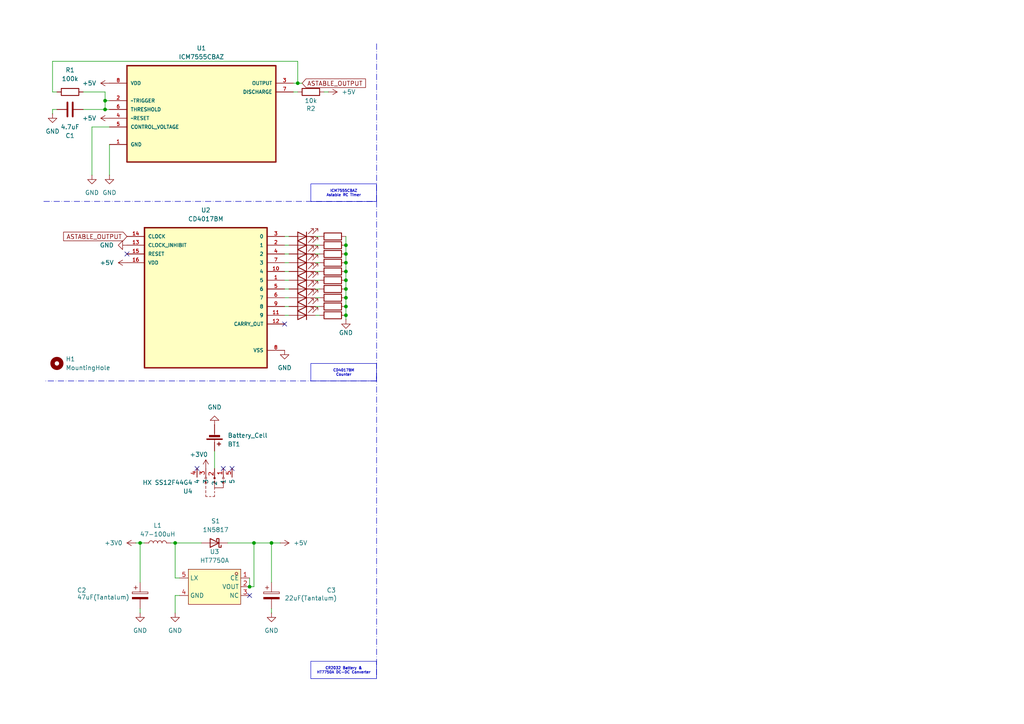
<source format=kicad_sch>
(kicad_sch (version 20231120) (generator "eeschema") (generator_version "8.0")
  (paper "A4")
  (lib_symbols
    (symbol "CD4017BM:CD4017BM" (pin_names (offset 1.016))
      (property "Reference" "U" (at -17.78 21.32 0))
      (property "Value" "CD4017BM" (at -17.78 -24.32 0))
      (symbol "CD4017BM_0_0"
        (rectangle (start -17.78 -20.32) (end 17.78 20.32) (stroke (width 0.41)) (fill (type background)))
        (pin output line (at 22.86 5.08 180) (length 5.08) (name "5") (number "1"))
        (pin output line (at 22.86 7.62 180) (length 5.08) (name "4") (number "10"))
        (pin output line (at 22.86 -5.08 180) (length 5.08) (name "9") (number "11"))
        (pin output line (at 22.86 -7.62 180) (length 5.08) (name "CARRY_OUT") (number "12"))
        (pin input line (at -22.86 15.24 0) (length 5.08) (name "CLOCK_INHIBIT") (number "13"))
        (pin input line (at -22.86 17.78 0) (length 5.08) (name "CLOCK") (number "14"))
        (pin input line (at -22.86 12.7 0) (length 5.08) (name "RESET") (number "15"))
        (pin input line (at -22.86 10.16 0) (length 5.08) (name "VDD") (number "16"))
        (pin output line (at 22.86 15.24 180) (length 5.08) (name "1") (number "2"))
        (pin output line (at 22.86 17.78 180) (length 5.08) (name "0") (number "3"))
        (pin output line (at 22.86 12.7 180) (length 5.08) (name "2") (number "4"))
        (pin output line (at 22.86 2.54 180) (length 5.08) (name "6") (number "5"))
        (pin output line (at 22.86 0 180) (length 5.08) (name "7") (number "6"))
        (pin output line (at 22.86 10.16 180) (length 5.08) (name "3") (number "7"))
        (pin power_in line (at 22.86 -15.24 180) (length 5.08) (name "VSS") (number "8"))
        (pin output line (at 22.86 -2.54 180) (length 5.08) (name "8") (number "9"))
      )
    )
    (symbol "Device:Battery_Cell" (pin_numbers hide) (pin_names (offset 0) hide)
      (property "Reference" "BT" (at 2.54 2.54 0))
      (property "Value" "Battery_Cell" (at 2.54 0 0))
      (symbol "Battery_Cell_0_1"
        (rectangle (start -2.286 1.778) (end 2.286 1.524) (fill (type outline)))
        (rectangle (start -1.524 1.016) (end 1.524 0.508) (fill (type outline)))
        (polyline (pts (xy 0 0.762) (xy 0 0)))
        (polyline (pts (xy 0 1.778) (xy 0 2.54)))
        (polyline (pts (xy 0.762 3.048) (xy 1.778 3.048)) (stroke (width 0.254)))
        (polyline (pts (xy 1.27 3.556) (xy 1.27 2.54)) (stroke (width 0.254)))
      )
      (symbol "Battery_Cell_1_1"
        (pin passive line (at 0 5.08 270) (length 2.54) (name "+") (number "1"))
        (pin passive line (at 0 -2.54 90) (length 2.54) (name "-") (number "2"))
      )
    )
    (symbol "Device:C" (pin_numbers hide) (pin_names (offset 0.254))
      (property "Reference" "C" (at 0.635 2.54 0))
      (property "Value" "C" (at 0.635 -2.54 0))
      (symbol "C_0_1"
        (polyline (pts (xy -2.032 -0.762) (xy 2.032 -0.762)) (stroke (width 0.508)))
        (polyline (pts (xy -2.032 0.762) (xy 2.032 0.762)) (stroke (width 0.508)))
      )
      (symbol "C_1_1"
        (pin passive line (at 0 3.81 270) (length 2.794) (name "~") (number "1"))
        (pin passive line (at 0 -3.81 90) (length 2.794) (name "~") (number "2"))
      )
    )
    (symbol "Device:C_Polarized" (pin_numbers hide) (pin_names (offset 0.254))
      (property "Reference" "C" (at 0.635 2.54 0))
      (property "Value" "C_Polarized" (at 0.635 -2.54 0))
      (symbol "C_Polarized_0_1"
        (rectangle (start -2.286 0.508) (end 2.286 1.016))
        (polyline (pts (xy -1.778 2.286) (xy -0.762 2.286)))
        (polyline (pts (xy -1.27 2.794) (xy -1.27 1.778)))
        (rectangle (start 2.286 -0.508) (end -2.286 -1.016) (fill (type outline)))
      )
      (symbol "C_Polarized_1_1"
        (pin passive line (at 0 3.81 270) (length 2.794) (name "~") (number "1"))
        (pin passive line (at 0 -3.81 90) (length 2.794) (name "~") (number "2"))
      )
    )
    (symbol "Device:L" (pin_numbers hide) (pin_names (offset 1.016) hide)
      (property "Reference" "L" (at -1.27 0 90))
      (property "Value" "L" (at 1.905 0 90))
      (symbol "L_0_1"
        (arc (start 0 -2.54) (mid 0.6323 -1.905) (end 0 -1.27))
        (arc (start 0 -1.27) (mid 0.6323 -0.635) (end 0 0))
        (arc (start 0 0) (mid 0.6323 0.635) (end 0 1.27))
        (arc (start 0 1.27) (mid 0.6323 1.905) (end 0 2.54))
      )
      (symbol "L_1_1"
        (pin passive line (at 0 3.81 270) (length 1.27) (name "1") (number "1"))
        (pin passive line (at 0 -3.81 90) (length 1.27) (name "2") (number "2"))
      )
    )
    (symbol "Device:LED" (pin_numbers hide) (pin_names (offset 1.016) hide)
      (property "Reference" "D" (at 0 2.54 0))
      (property "Value" "LED" (at 0 -2.54 0))
      (symbol "LED_0_1"
        (polyline (pts (xy -1.27 -1.27) (xy -1.27 1.27)) (stroke (width 0.254)))
        (polyline (pts (xy -1.27 0) (xy 1.27 0)))
        (polyline (pts (xy 1.27 -1.27) (xy 1.27 1.27) (xy -1.27 0) (xy 1.27 -1.27)) (stroke (width 0.254)))
        (polyline (pts (xy -3.048 -0.762) (xy -4.572 -2.286) (xy -3.81 -2.286) (xy -4.572 -2.286) (xy -4.572 -1.524)))
        (polyline (pts (xy -1.778 -0.762) (xy -3.302 -2.286) (xy -2.54 -2.286) (xy -3.302 -2.286) (xy -3.302 -1.524)))
      )
      (symbol "LED_1_1"
        (pin passive line (at -3.81 0 0) (length 2.54) (name "K") (number "1"))
        (pin passive line (at 3.81 0 180) (length 2.54) (name "A") (number "2"))
      )
    )
    (symbol "Device:R" (pin_numbers hide) (pin_names (offset 0))
      (property "Reference" "R" (at 2.032 0 90))
      (property "Value" "R" (at 0 0 90))
      (symbol "R_0_1"
        (rectangle (start -1.016 -2.54) (end 1.016 2.54) (stroke (width 0.254)))
      )
      (symbol "R_1_1"
        (pin passive line (at 0 3.81 270) (length 1.27) (name "~") (number "1"))
        (pin passive line (at 0 -3.81 90) (length 1.27) (name "~") (number "2"))
      )
    )
    (symbol "Diode:1N5817" (pin_numbers hide) (pin_names (offset 1.016) hide)
      (property "Reference" "D" (at 0 2.54 0))
      (property "Value" "1N5817" (at 0 -2.54 0))
      (symbol "1N5817_0_1"
        (polyline (pts (xy 1.27 0) (xy -1.27 0)))
        (polyline (pts (xy 1.27 1.27) (xy 1.27 -1.27) (xy -1.27 0) (xy 1.27 1.27)) (stroke (width 0.254)))
        (polyline (pts (xy -1.905 0.635) (xy -1.905 1.27) (xy -1.27 1.27) (xy -1.27 -1.27) (xy -0.635 -1.27) (xy -0.635 -0.635)) (stroke (width 0.254)))
      )
      (symbol "1N5817_1_1"
        (pin passive line (at -3.81 0 0) (length 2.54) (name "K") (number "1"))
        (pin passive line (at 3.81 0 180) (length 2.54) (name "A") (number "2"))
      )
    )
    (symbol "HT7750A:HT7750A_C259884"
      (property "Reference" "U" (at 0 7.62 0))
      (property "Value" "HT7750A_C259884" (at 0 -7.62 0))
      (symbol "HT7750A_C259884_0_1"
        (rectangle (start -7.62 5.08) (end 7.62 -5.08) (fill (type background)))
        (circle (center -6.35 3.81) (radius 0.38))
        (pin unspecified line (at -10.16 2.54 0) (length 2.54) (name "CE") (number "1"))
        (pin unspecified line (at -10.16 0 0) (length 2.54) (name "VOUT") (number "2"))
        (pin unspecified line (at -10.16 -2.54 0) (length 2.54) (name "NC") (number "3"))
        (pin unspecified line (at 10.16 -2.54 180) (length 2.54) (name "GND") (number "4"))
        (pin unspecified line (at 10.16 2.54 180) (length 2.54) (name "LX") (number "5"))
      )
    )
    (symbol "HXSS12F44G4:HXSS12F44G4"
      (property "Reference" "U" (at 0 2.54 0))
      (property "Value" "HX SS12F44G4" (at 0 -7.62 0))
      (symbol "HXSS12F44G4_0_1"
        (circle (center -2.54 0.25) (radius 0.25))
        (polyline (pts (xy -2.54 1.02) (xy -2.79 1.78)))
        (polyline (pts (xy -2.54 1.02) (xy -2.29 1.78)))
        (polyline (pts (xy 0 1.02) (xy -0.25 1.78)))
        (polyline (pts (xy 0 1.02) (xy 0.25 1.78)))
        (polyline (pts (xy 0 3.05) (xy 0 3.56)))
        (polyline (pts (xy 0 4.06) (xy 0 4.57)))
        (polyline (pts (xy 0 5.08) (xy 0 5.59)))
        (polyline (pts (xy 0 5.59) (xy 0.51 5.59)))
        (polyline (pts (xy 1.02 5.59) (xy 1.52 5.59)))
        (polyline (pts (xy 2.03 5.59) (xy 2.54 5.59)))
        (polyline (pts (xy 2.54 1.02) (xy 2.29 1.78)))
        (polyline (pts (xy 2.54 1.02) (xy 2.79 1.78)))
        (polyline (pts (xy 2.54 1.27) (xy 2.54 1.02)))
        (polyline (pts (xy 2.54 2.03) (xy 2.54 1.27)))
        (polyline (pts (xy 2.54 3.3) (xy 2.54 2.54)))
        (polyline (pts (xy 2.54 4.57) (xy 2.54 3.81)))
        (polyline (pts (xy 2.54 5.59) (xy 2.54 5.08)))
        (polyline (pts (xy -2.54 1.02) (xy -2.54 3.05) (xy 0 3.05) (xy 0 1.02)))
        (circle (center 0 0.25) (radius 0.25))
        (circle (center 2.54 0.25) (radius 0.25))
        (pin unspecified line (at -2.54 -2.54 90) (length 2.54) (name "1") (number "1"))
        (pin unspecified line (at 0 -2.54 90) (length 3.048) (name "2") (number "2"))
        (pin unspecified line (at 2.54 -2.54 90) (length 2.54) (name "3") (number "3"))
        (pin unspecified line (at 5.08 -2.54 90) (length 2.54) (name "4") (number "4"))
        (pin unspecified line (at -5.08 -2.54 90) (length 2.54) (name "5") (number "5"))
      )
    )
    (symbol "ICM7555CBAZ:ICM7555CBAZ" (pin_names (offset 1.016))
      (property "Reference" "U" (at -5.3654 14.2145 0))
      (property "Value" "ICM7555CBAZ" (at -4.4515 -22.7917 0))
      (symbol "ICM7555CBAZ_0_0"
        (rectangle (start -21.59 -17.78) (end 21.59 10.16) (stroke (width 0.4064)) (fill (type background)))
        (pin passive line (at -26.67 -12.7 0) (length 5.08) (name "GND") (number "1"))
        (pin input line (at -26.67 0 0) (length 5.08) (name "~TRIGGER") (number "2"))
        (pin output line (at 26.67 5.08 180) (length 5.08) (name "OUTPUT") (number "3"))
        (pin input line (at -26.67 -5.08 0) (length 5.08) (name "~RESET") (number "4"))
        (pin input line (at -26.67 -7.62 0) (length 5.08) (name "CONTROL_VOLTAGE") (number "5"))
        (pin input line (at -26.67 -2.54 0) (length 5.08) (name "THRESHOLD") (number "6"))
        (pin output line (at 26.67 2.54 180) (length 5.08) (name "DISCHARGE") (number "7"))
        (pin power_in line (at -26.67 5.08 0) (length 5.08) (name "VDD") (number "8"))
      )
    )
    (symbol "Mechanical:MountingHole" (pin_names (offset 1.016)) (exclude_from_sim yes) (in_bom no)
      (property "Reference" "H" (at 0 5.08 0))
      (property "Value" "MountingHole" (at 0 3.175 0))
      (symbol "MountingHole_0_1"
        (circle (center 0 0) (radius 1.27) (stroke (width 1.27)))
      )
    )
    (symbol "power:+3V0" (power) (pin_numbers hide) (pin_names (offset 0) hide)
      (property "Value" "+3V0" (at 0 3.556 0))
      (symbol "+3V0_0_1"
        (polyline (pts (xy -0.762 1.27) (xy 0 2.54)))
        (polyline (pts (xy 0 0) (xy 0 2.54)))
        (polyline (pts (xy 0 2.54) (xy 0.762 1.27)))
      )
      (symbol "+3V0_1_1"
        (pin power_in line (at 0 0 90) (length 0) (name "~") (number "1"))
      )
    )
    (symbol "power:+3V3" (power) (pin_numbers hide) (pin_names (offset 0) hide)
      (property "Value" "+3V3" (at 0 3.556 0))
      (symbol "+3V3_0_1"
        (polyline (pts (xy -0.762 1.27) (xy 0 2.54)))
        (polyline (pts (xy 0 0) (xy 0 2.54)))
        (polyline (pts (xy 0 2.54) (xy 0.762 1.27)))
      )
      (symbol "+3V3_1_1"
        (pin power_in line (at 0 0 90) (length 0) (name "~") (number "1"))
      )
    )
    (symbol "power:GND" (power) (pin_numbers hide) (pin_names (offset 0) hide)
      (property "Value" "GND" (at 0 -3.81 0))
      (symbol "GND_0_1"
        (polyline (pts (xy 0 0) (xy 0 -1.27) (xy 1.27 -1.27) (xy 0 -2.54) (xy -1.27 -1.27) (xy 0 -1.27)))
      )
      (symbol "GND_1_1"
        (pin power_in line (at 0 0 270) (length 0) (name "~") (number "1"))
      )
    )
  )
  (junction (at 100.33 91.44))
  (junction (at 100.33 83.82))
  (junction (at 72.39 170.18))
  (junction (at 100.33 86.36))
  (junction (at 100.33 76.2))
  (junction (at 78.74 157.48))
  (junction (at 30.48 29.21))
  (junction (at 73.66 157.48))
  (junction (at 40.64 157.48))
  (junction (at 30.48 31.75))
  (junction (at 100.33 81.28))
  (junction (at 100.33 73.66))
  (junction (at 100.33 78.74))
  (junction (at 100.33 71.12))
  (junction (at 86.36 24.13))
  (junction (at 100.33 88.9))
  (junction (at 50.8 157.48))
  (no_connect (at 82.55 93.98))
  (no_connect (at 64.77 135.89))
  (no_connect (at 72.39 172.72))
  (no_connect (at 67.31 135.89))
  (no_connect (at 36.83 73.66))
  (no_connect (at 57.15 135.89))
  (wire (pts (xy 30.48 29.21) (xy 30.48 31.75)))
  (wire (pts (xy 82.55 73.66) (xy 83.82 73.66)))
  (wire (pts (xy 30.48 31.75) (xy 24.13 31.75)))
  (wire (pts (xy 100.33 68.58) (xy 100.33 71.12)))
  (wire (pts (xy 24.13 26.67) (xy 30.48 26.67)))
  (wire (pts (xy 91.44 76.2) (xy 92.71 76.2)))
  (wire (pts (xy 30.48 29.21) (xy 31.75 29.21)))
  (wire (pts (xy 91.44 88.9) (xy 92.71 88.9)))
  (wire (pts (xy 82.55 83.82) (xy 83.82 83.82)))
  (wire (pts (xy 82.55 86.36) (xy 83.82 86.36)))
  (polyline (pts (xy 109.22 12.7) (xy 109.22 58.42)) (stroke (width 0) (type dash_dot)))
  (wire (pts (xy 31.75 31.75) (xy 30.48 31.75)))
  (wire (pts (xy 82.55 81.28) (xy 83.82 81.28)))
  (wire (pts (xy 73.66 157.48) (xy 66.04 157.48)))
  (wire (pts (xy 86.36 24.13) (xy 85.09 24.13)))
  (wire (pts (xy 100.33 73.66) (xy 100.33 76.2)))
  (wire (pts (xy 78.74 157.48) (xy 73.66 157.48)))
  (wire (pts (xy 78.74 177.8) (xy 78.74 176.53)))
  (wire (pts (xy 91.44 73.66) (xy 92.71 73.66)))
  (wire (pts (xy 100.33 78.74) (xy 100.33 81.28)))
  (wire (pts (xy 26.67 36.83) (xy 26.67 50.8)))
  (polyline (pts (xy 109.22 109.22) (xy 109.22 196.85)) (stroke (width 0) (type dash_dot)))
  (wire (pts (xy 26.67 36.83) (xy 31.75 36.83)))
  (wire (pts (xy 91.44 83.82) (xy 92.71 83.82)))
  (wire (pts (xy 82.55 76.2) (xy 83.82 76.2)))
  (polyline (pts (xy 109.22 110.49) (xy 12.7 110.49)) (stroke (width 0) (type dash_dot)))
  (polyline (pts (xy 12.7 58.42) (xy 109.22 58.42)) (stroke (width 0) (type dash_dot)))
  (wire (pts (xy 78.74 168.91) (xy 78.74 157.48)))
  (wire (pts (xy 15.24 17.78) (xy 15.24 26.67)))
  (wire (pts (xy 40.64 177.8) (xy 40.64 176.53)))
  (wire (pts (xy 72.39 170.18) (xy 73.66 170.18)))
  (wire (pts (xy 100.33 81.28) (xy 100.33 83.82)))
  (wire (pts (xy 62.23 130.81) (xy 62.23 135.89)))
  (wire (pts (xy 40.64 157.48) (xy 40.64 168.91)))
  (wire (pts (xy 91.44 71.12) (xy 92.71 71.12)))
  (wire (pts (xy 50.8 157.48) (xy 50.8 167.64)))
  (polyline (pts (xy 109.22 58.42) (xy 109.22 110.49)) (stroke (width 0) (type dash_dot)))
  (wire (pts (xy 82.55 68.58) (xy 83.82 68.58)))
  (wire (pts (xy 50.8 157.48) (xy 58.42 157.48)))
  (wire (pts (xy 15.24 31.75) (xy 15.24 33.02)))
  (wire (pts (xy 91.44 91.44) (xy 92.71 91.44)))
  (wire (pts (xy 92.71 81.28) (xy 91.44 81.28)))
  (wire (pts (xy 100.33 91.44) (xy 100.33 92.71)))
  (wire (pts (xy 50.8 167.64) (xy 52.07 167.64)))
  (wire (pts (xy 100.33 71.12) (xy 100.33 73.66)))
  (wire (pts (xy 100.33 83.82) (xy 100.33 86.36)))
  (wire (pts (xy 93.98 26.67) (xy 95.25 26.67)))
  (wire (pts (xy 86.36 24.13) (xy 87.63 24.13)))
  (wire (pts (xy 91.44 86.36) (xy 92.71 86.36)))
  (wire (pts (xy 50.8 177.8) (xy 50.8 172.72)))
  (wire (pts (xy 86.36 17.78) (xy 15.24 17.78)))
  (wire (pts (xy 82.55 78.74) (xy 83.82 78.74)))
  (wire (pts (xy 30.48 26.67) (xy 30.48 29.21)))
  (wire (pts (xy 15.24 31.75) (xy 16.51 31.75)))
  (wire (pts (xy 72.39 167.64) (xy 72.39 170.18)))
  (wire (pts (xy 31.75 41.91) (xy 31.75 50.8)))
  (wire (pts (xy 91.44 78.74) (xy 92.71 78.74)))
  (wire (pts (xy 49.53 157.48) (xy 50.8 157.48)))
  (wire (pts (xy 86.36 24.13) (xy 86.36 17.78)))
  (wire (pts (xy 100.33 86.36) (xy 100.33 88.9)))
  (wire (pts (xy 85.09 26.67) (xy 86.36 26.67)))
  (wire (pts (xy 15.24 26.67) (xy 16.51 26.67)))
  (wire (pts (xy 41.91 157.48) (xy 40.64 157.48)))
  (wire (pts (xy 100.33 88.9) (xy 100.33 91.44)))
  (wire (pts (xy 91.44 68.58) (xy 92.71 68.58)))
  (wire (pts (xy 50.8 172.72) (xy 52.07 172.72)))
  (wire (pts (xy 39.37 157.48) (xy 40.64 157.48)))
  (wire (pts (xy 100.33 76.2) (xy 100.33 78.74)))
  (wire (pts (xy 73.66 170.18) (xy 73.66 157.48)))
  (wire (pts (xy 82.55 91.44) (xy 83.82 91.44)))
  (wire (pts (xy 82.55 88.9) (xy 83.82 88.9)))
  (wire (pts (xy 78.74 157.48) (xy 81.28 157.48)))
  (wire (pts (xy 82.55 71.12) (xy 83.82 71.12)))
  (text_box "CR2032 Battery &\nHT7750A DC-DC Converter\n\n" (at 90.17 191.77 0) (size 19.05 5.08) (fill (type color) (color 255 255 255 1)) (effects (font (size 0.762 0.762))))
  (text_box "CD4017BM\nCounter" (at 90.17 105.41 0) (size 19.05 5.08) (fill (type color) (color 255 255 255 1)) (effects (font (size 0.762 0.762))))
  (text_box "ICM7555CBAZ \nAstable RC Timer\n" (at 90.17 53.34 0) (size 19.05 5.08) (fill (type color) (color 255 255 255 1)) (effects (font (size 0.762 0.762))))
  (global_label "ASTABLE_OUTPUT" (shape input) (at 87.63 24.13 0) (property "Intersheetrefs" "${INTERSHEET_REFS}" (effects (hide yes))))
  (global_label "ASTABLE_OUTPUT" (shape input) (at 36.83 68.58 180) (property "Intersheetrefs" "${INTERSHEET_REFS}" (effects (hide yes))))
  (symbol (lib_id "power:+3V3") (at 31.75 24.13 90) (unit 1)
    (property "Reference" "#PWR08" (effects (hide yes)))
    (property "Value" "+5V" (at 27.94 24.1299 90) (effects (justify left)))
    (property "Description" "Power symbol creates a global label with name \"+3V3\"" (effects (hide yes)))
  )
  (symbol (lib_id "Device:R") (at 96.52 78.74 90) (unit 1)
    (property "Reference" "R11" (effects (hide yes)))
    (property "Value" "3.3k" (effects (hide yes)))
    (property "Footprint" "FOOTPRINTS:0402WGJ0332TCE" (effects (hide yes)))
    (property "Description" "Resistor" (effects (hide yes)))
    (property "LCSC" "C25936" (effects (hide yes)))
  )
  (symbol (lib_id "Device:R") (at 96.52 86.36 90) (unit 1)
    (property "Reference" "R8" (effects (hide yes)))
    (property "Value" "3.3k" (effects (hide yes)))
    (property "Footprint" "FOOTPRINTS:0402WGJ0332TCE" (effects (hide yes)))
    (property "Description" "Resistor" (effects (hide yes)))
    (property "LCSC" "C25936" (effects (hide yes)))
  )
  (symbol (lib_id "Device:R") (at 96.52 91.44 90) (unit 1)
    (property "Reference" "R12" (effects (hide yes)))
    (property "Value" "3.3k" (effects (hide yes)))
    (property "Footprint" "FOOTPRINTS:0402WGJ0332TCE" (effects (hide yes)))
    (property "Description" "Resistor" (effects (hide yes)))
    (property "LCSC" "C25936" (effects (hide yes)))
  )
  (symbol (lib_id "Device:R") (at 96.52 88.9 90) (unit 1)
    (property "Reference" "R10" (effects (hide yes)))
    (property "Value" "3.3k" (effects (hide yes)))
    (property "Footprint" "FOOTPRINTS:0402WGJ0332TCE" (effects (hide yes)))
    (property "Description" "Resistor" (effects (hide yes)))
    (property "LCSC" "C25936" (effects (hide yes)))
  )
  (symbol (lib_id "power:GND") (at 40.64 177.8 0) (unit 1)
    (property "Reference" "#PWR013" (effects (hide yes)))
    (property "Value" "GND" (at 40.64 182.88 0))
    (property "Description" "Power symbol creates a global label with name \"GND\" , ground" (effects (hide yes)))
  )
  (symbol (lib_id "Device:LED") (at 87.63 81.28 180) (unit 1)
    (property "Reference" "D1" (effects (hide yes)))
    (property "Value" "LED" (effects (hide yes)))
    (property "Footprint" "LED_THT:LED_D3.0mm" (effects (hide yes)))
    (property "Description" "Light emitting diode" (effects (hide yes)))
  )
  (symbol (lib_id "power:GND") (at 36.83 71.12 270) (unit 1)
    (property "Reference" "#PWR04" (effects (hide yes)))
    (property "Value" "GND" (at 33.02 71.1199 90) (effects (justify right)))
    (property "Description" "Power symbol creates a global label with name \"GND\" , ground" (effects (hide yes)))
  )
  (symbol (lib_id "Device:R") (at 96.52 71.12 90) (unit 1)
    (property "Reference" "R4" (effects (hide yes)))
    (property "Value" "3.3k" (effects (hide yes)))
    (property "Footprint" "FOOTPRINTS:0402WGJ0332TCE" (effects (hide yes)))
    (property "Description" "Resistor" (effects (hide yes)))
    (property "LCSC" "C25936" (effects (hide yes)))
  )
  (symbol (lib_id "power:+3V0") (at 59.69 135.89 0) (unit 1)
    (property "Reference" "#PWR07" (effects (hide yes)))
    (property "Value" "+3V0" (at 57.658 131.826 0))
    (property "Description" "Power symbol creates a global label with name \"+3V0\"" (effects (hide yes)))
  )
  (symbol (lib_id "power:+3V0") (at 39.37 157.48 90) (unit 1)
    (property "Reference" "#PWR015" (effects (hide yes)))
    (property "Value" "+3V0" (at 35.56 157.4799 90) (effects (justify left)))
    (property "Description" "Power symbol creates a global label with name \"+3V0\"" (effects (hide yes)))
  )
  (symbol (lib_id "Device:C_Polarized") (at 40.64 172.72 0) (unit 1)
    (property "Reference" "C2" (at 22.352 171.196 0) (effects (justify left)))
    (property "Value" "47uF(Tantalum)" (at 22.352 173.228 0) (effects (justify left)))
    (property "Footprint" "FOOTPRINTS:TAJA476K006RNJ" (effects (hide yes)))
    (property "Description" "Polarized capacitor" (effects (hide yes)))
    (property "LCSC" "C7190" (effects (hide yes)))
  )
  (symbol (lib_id "Device:LED") (at 87.63 91.44 180) (unit 1)
    (property "Reference" "D10" (effects (hide yes)))
    (property "Value" "LED" (effects (hide yes)))
    (property "Footprint" "LED_THT:LED_D3.0mm" (effects (hide yes)))
    (property "Description" "Light emitting diode" (effects (hide yes)))
  )
  (symbol (lib_id "Device:R") (at 20.32 26.67 270) (unit 1)
    (property "Reference" "R1" (at 20.32 20.32 90))
    (property "Value" "100k" (at 20.32 22.86 90))
    (property "Footprint" "FOOTPRINTS:0603WAJ0104T5E" (effects (hide yes)))
    (property "Description" "Resistor" (effects (hide yes)))
    (property "LCSC" "C15458" (effects (hide yes)))
  )
  (symbol (lib_id "Device:C") (at 20.32 31.75 270) (mirror x) (unit 1)
    (property "Reference" "C1" (at 20.32 39.37 90))
    (property "Value" "4.7uF" (at 20.32 36.83 90))
    (property "Footprint" "FOOTPRINTS:CL10A475KP8NNNC" (effects (hide yes)))
    (property "Description" "Unpolarized capacitor" (effects (hide yes)))
    (property "LCSC" "C1705" (effects (hide yes)))
  )
  (symbol (lib_id "power:GND") (at 82.55 101.6 0) (unit 1)
    (property "Reference" "#PWR05" (effects (hide yes)))
    (property "Value" "GND" (at 82.55 106.68 0))
    (property "Description" "Power symbol creates a global label with name \"GND\" , ground" (effects (hide yes)))
  )
  (symbol (lib_id "power:GND") (at 31.75 50.8 0) (unit 1)
    (property "Reference" "#PWR01" (effects (hide yes)))
    (property "Value" "GND" (at 31.75 55.88 0))
    (property "Description" "Power symbol creates a global label with name \"GND\" , ground" (effects (hide yes)))
  )
  (symbol (lib_id "ICM7555CBAZ:ICM7555CBAZ") (at 58.42 29.21 0) (unit 1)
    (property "Reference" "U1" (at 58.42 13.97 0))
    (property "Value" "ICM7555CBAZ" (at 58.42 16.51 0))
    (property "Footprint" "FOOTPRINTS:ICM7555CBAZ" (effects (hide yes)))
    (property "MF" "Renesas Electronics America Inc" (effects (hide yes)))
    (property "Description_1" "\n                        \n                            555 Type, Timer/Oscillator (Single) IC 1MHz 8-SOIC\n                        \n" (effects (hide yes)))
    (property "PACKAGE" "8-SOIC" (effects (hide yes)))
    (property "MPN" "ICM7555CBAZ" (effects (hide yes)))
    (property "Price" "None" (effects (hide yes)))
    (property "Package" "SOIC-8 Renesas Electronics America Inc" (effects (hide yes)))
    (property "OC_FARNELL" "1561939" (effects (hide yes)))
    (property "SnapEDA_Link" "https://www.snapeda.com/parts/ICM7555CBAZ/Renesas/view-part/?ref=snap" (effects (hide yes)))
    (property "MP" "ICM7555CBAZ" (effects (hide yes)))
    (property "SUPPLIER" "Intersil" (effects (hide yes)))
    (property "OC_NEWARK" "57K3899" (effects (hide yes)))
    (property "Availability" "In Stock" (effects (hide yes)))
    (property "Check_prices" "https://www.snapeda.com/parts/ICM7555CBAZ/Renesas/view-part/?ref=eda" (effects (hide yes)))
    (property "LCSC" "C3304410" (effects (hide yes)))
  )
  (symbol (lib_id "power:+3V3") (at 95.25 26.67 270) (mirror x) (unit 1)
    (property "Reference" "#PWR011" (effects (hide yes)))
    (property "Value" "+5V" (at 99.06 26.6699 90) (effects (justify left)))
    (property "Description" "Power symbol creates a global label with name \"+3V3\"" (effects (hide yes)))
  )
  (symbol (lib_id "Device:R") (at 96.52 73.66 90) (unit 1)
    (property "Reference" "R6" (effects (hide yes)))
    (property "Value" "3.3k" (effects (hide yes)))
    (property "Footprint" "FOOTPRINTS:0402WGJ0332TCE" (effects (hide yes)))
    (property "Description" "Resistor" (effects (hide yes)))
    (property "LCSC" "C25936" (effects (hide yes)))
  )
  (symbol (lib_id "Device:LED") (at 87.63 68.58 180) (unit 1)
    (property "Reference" "D3" (effects (hide yes)))
    (property "Value" "LED" (effects (hide yes)))
    (property "Footprint" "LED_THT:LED_D3.0mm" (effects (hide yes)))
    (property "Description" "Light emitting diode" (effects (hide yes)))
  )
  (symbol (lib_id "power:+3V3") (at 81.28 157.48 270) (unit 1)
    (property "Reference" "#PWR017" (effects (hide yes)))
    (property "Value" "+5V" (at 85.09 157.4799 90) (effects (justify left)))
    (property "Description" "Power symbol creates a global label with name \"+3V3\"" (effects (hide yes)))
  )
  (symbol (lib_id "power:+3V3") (at 31.75 34.29 90) (unit 1)
    (property "Reference" "#PWR09" (effects (hide yes)))
    (property "Value" "+5V" (at 27.94 34.2899 90) (effects (justify left)))
    (property "Description" "Power symbol creates a global label with name \"+3V3\"" (effects (hide yes)))
  )
  (symbol (lib_id "power:+3V3") (at 36.83 76.2 90) (unit 1)
    (property "Reference" "#PWR010" (effects (hide yes)))
    (property "Value" "+5V" (at 33.02 76.1999 90) (effects (justify left)))
    (property "Description" "Power symbol creates a global label with name \"+3V3\"" (effects (hide yes)))
  )
  (symbol (lib_id "HT7750A:HT7750A_C259884") (at 62.23 170.18 0) (mirror y) (unit 1)
    (property "Reference" "U3" (at 62.23 160.02 0))
    (property "Value" "HT7750A" (at 62.23 162.56 0))
    (property "Footprint" "FOOTPRINTS:HT7750A" (effects (hide yes)))
    (property "Datasheet" "https://lcsc.com/product-detail/Others_Holtek-Semicon-HT7750A_C259884.html" (effects (hide yes)))
    (property "LCSC" "C259884" (effects (hide yes)))
  )
  (symbol (lib_id "Device:Battery_Cell") (at 62.23 125.73 0) (mirror x) (unit 1)
    (property "Reference" "BT1" (at 66.04 128.8416 0) (effects (justify left)))
    (property "Value" "Battery_Cell" (at 66.04 126.3016 0) (effects (justify left)))
    (property "Footprint" "Battery:BatteryHolder_Keystone_1060_1x2032" (effects (hide yes)))
    (property "Description" "Single-cell battery" (effects (hide yes)))
    (property "LCSC" "C5370859" (effects (hide yes)))
  )
  (symbol (lib_id "Device:LED") (at 87.63 88.9 180) (unit 1)
    (property "Reference" "D8" (effects (hide yes)))
    (property "Value" "LED" (effects (hide yes)))
    (property "Footprint" "LED_THT:LED_D3.0mm" (effects (hide yes)))
    (property "Description" "Light emitting diode" (effects (hide yes)))
  )
  (symbol (lib_id "Device:LED") (at 87.63 78.74 180) (unit 1)
    (property "Reference" "D9" (effects (hide yes)))
    (property "Value" "LED" (effects (hide yes)))
    (property "Footprint" "LED_THT:LED_D3.0mm" (effects (hide yes)))
    (property "Description" "Light emitting diode" (effects (hide yes)))
  )
  (symbol (lib_id "power:GND") (at 15.24 33.02 0) (unit 1)
    (property "Reference" "#PWR02" (effects (hide yes)))
    (property "Value" "GND" (at 15.24 38.1 0))
    (property "Description" "Power symbol creates a global label with name \"GND\" , ground" (effects (hide yes)))
  )
  (symbol (lib_id "CD4017BM:CD4017BM") (at 59.69 86.36 0) (unit 1)
    (property "Reference" "U2" (at 59.69 60.96 0))
    (property "Value" "CD4017BM" (at 59.69 63.5 0))
    (property "Footprint" "FOOTPRINTS:CD4017BM" (effects (hide yes)))
    (property "MF" "Texas Instruments" (effects (hide yes)))
    (property "Description_1" "\n                        \n                            CMOS Decade Counter with 10 Decoded Outputs\n                        \n" (effects (hide yes)))
    (property "Package" "SOIC-16 Texas Instruments" (effects (hide yes)))
    (property "Price" "None" (effects (hide yes)))
    (property "SnapEDA_Link" "https://www.snapeda.com/parts/CD4017BM/Texas+Instruments/view-part/?ref=snap" (effects (hide yes)))
    (property "MP" "CD4017BM" (effects (hide yes)))
    (property "Availability" "In Stock" (effects (hide yes)))
    (property "Check_prices" "https://www.snapeda.com/parts/CD4017BM/Texas+Instruments/view-part/?ref=eda" (effects (hide yes)))
    (property "LCSC" "C1523359" (effects (hide yes)))
  )
  (symbol (lib_id "power:GND") (at 26.67 50.8 0) (unit 1)
    (property "Reference" "#PWR03" (effects (hide yes)))
    (property "Value" "GND" (at 26.67 55.88 0))
    (property "Description" "Power symbol creates a global label with name \"GND\" , ground" (effects (hide yes)))
  )
  (symbol (lib_id "Device:C_Polarized") (at 78.74 172.72 0) (unit 1)
    (property "Reference" "C3" (at 94.742 171.196 0) (effects (justify left)))
    (property "Value" "22uF(Tantalum)" (at 82.55 173.482 0) (effects (justify left)))
    (property "Footprint" "FOOTPRINTS:TAJA226M010RNJ" (effects (hide yes)))
    (property "Description" "Polarized capacitor" (effects (hide yes)))
    (property "LCSC" "C7183" (effects (hide yes)))
  )
  (symbol (lib_id "Mechanical:MountingHole") (at 16.51 105.41 0) (unit 1) (exclude_from_sim yes) (in_bom no)
    (property "Reference" "H1" (at 19.05 104.1399 0) (effects (justify left)))
    (property "Value" "MountingHole" (at 19.05 106.6799 0) (effects (justify left)))
    (property "Footprint" "MountingHole:MountingHole_2.1mm" (effects (hide yes)))
    (property "Description" "Mounting Hole without connection" (effects (hide yes)))
  )
  (symbol (lib_id "HXSS12F44G4:HXSS12F44G4") (at 62.23 138.43 180) (unit 1)
    (property "Reference" "U4" (at 55.88 142.4951 0) (effects (justify left)))
    (property "Value" "HX SS12F44G4" (at 55.88 139.9551 0) (effects (justify left)))
    (property "Footprint" "FOOTPRINTS:HX SS12F44G4" (effects (hide yes)))
    (property "LCSC" "C5149844" (effects (hide yes)))
  )
  (symbol (lib_id "Device:LED") (at 87.63 86.36 180) (unit 1)
    (property "Reference" "D6" (effects (hide yes)))
    (property "Value" "LED" (effects (hide yes)))
    (property "Footprint" "LED_THT:LED_D3.0mm" (effects (hide yes)))
    (property "Description" "Light emitting diode" (effects (hide yes)))
  )
  (symbol (lib_id "Device:LED") (at 87.63 76.2 180) (unit 1)
    (property "Reference" "D7" (effects (hide yes)))
    (property "Value" "LED" (effects (hide yes)))
    (property "Footprint" "LED_THT:LED_D3.0mm" (effects (hide yes)))
    (property "Description" "Light emitting diode" (effects (hide yes)))
  )
  (symbol (lib_id "Device:R") (at 96.52 81.28 90) (unit 1)
    (property "Reference" "R3" (effects (hide yes)))
    (property "Value" "3.3k" (effects (hide yes)))
    (property "Footprint" "FOOTPRINTS:0402WGJ0332TCE" (effects (hide yes)))
    (property "Description" "Resistor" (effects (hide yes)))
    (property "LCSC" "C25936" (effects (hide yes)))
  )
  (symbol (lib_id "Device:LED") (at 87.63 73.66 180) (unit 1)
    (property "Reference" "D4" (effects (hide yes)))
    (property "Value" "LED" (effects (hide yes)))
    (property "Footprint" "LED_THT:LED_D3.0mm" (effects (hide yes)))
    (property "Description" "Light emitting diode" (effects (hide yes)))
  )
  (symbol (lib_id "Device:R") (at 96.52 76.2 90) (unit 1)
    (property "Reference" "R9" (effects (hide yes)))
    (property "Value" "3.3k" (effects (hide yes)))
    (property "Footprint" "FOOTPRINTS:0402WGJ0332TCE" (effects (hide yes)))
    (property "Description" "Resistor" (effects (hide yes)))
    (property "LCSC" "C25936" (effects (hide yes)))
  )
  (symbol (lib_id "power:GND") (at 78.74 177.8 0) (unit 1)
    (property "Reference" "#PWR016" (effects (hide yes)))
    (property "Value" "GND" (at 78.74 182.88 0))
    (property "Description" "Power symbol creates a global label with name \"GND\" , ground" (effects (hide yes)))
  )
  (symbol (lib_id "Device:R") (at 96.52 83.82 270) (unit 1)
    (property "Reference" "R7" (effects (hide yes)))
    (property "Value" "3.3k" (effects (hide yes)))
    (property "Footprint" "FOOTPRINTS:0402WGJ0332TCE" (effects (hide yes)))
    (property "Description" "Resistor" (effects (hide yes)))
    (property "LCSC" "C25936" (effects (hide yes)))
  )
  (symbol (lib_id "Device:LED") (at 87.63 83.82 180) (unit 1)
    (property "Reference" "D5" (effects (hide yes)))
    (property "Value" "LED" (effects (hide yes)))
    (property "Footprint" "LED_THT:LED_D3.0mm" (effects (hide yes)))
    (property "Description" "Light emitting diode" (effects (hide yes)))
  )
  (symbol (lib_id "Device:R") (at 90.17 26.67 90) (mirror x) (unit 1)
    (property "Reference" "R2" (at 90.17 31.496 90))
    (property "Value" "10k" (at 90.17 29.21 90))
    (property "Footprint" "FOOTPRINTS:0402WGJ0103TCE" (effects (hide yes)))
    (property "Description" "Resistor" (effects (hide yes)))
    (property "LCSC" "C25531" (effects (hide yes)))
  )
  (symbol (lib_id "Diode:1N5817") (at 62.23 157.48 180) (unit 1)
    (property "Reference" "S1" (at 62.5475 151.13 0))
    (property "Value" "1N5817" (at 62.5475 153.67 0))
    (property "Footprint" "FOOTPRINTS:1N5817W" (effects (hide yes)))
    (property "LCSC" "C727113" (effects (hide yes)))
  )
  (symbol (lib_id "power:GND") (at 100.33 92.71 0) (unit 1)
    (property "Reference" "#PWR06" (effects (hide yes)))
    (property "Value" "GND" (at 100.33 96.52 0))
    (property "Description" "Power symbol creates a global label with name \"GND\" , ground" (effects (hide yes)))
  )
  (symbol (lib_id "Device:LED") (at 87.63 71.12 180) (unit 1)
    (property "Reference" "D2" (effects (hide yes)))
    (property "Value" "LED" (effects (hide yes)))
    (property "Footprint" "LED_THT:LED_D3.0mm" (effects (hide yes)))
    (property "Description" "Light emitting diode" (effects (hide yes)))
  )
  (symbol (lib_id "Device:R") (at 96.52 68.58 90) (unit 1)
    (property "Reference" "R5" (effects (hide yes)))
    (property "Value" "3.3k" (effects (hide yes)))
    (property "Footprint" "FOOTPRINTS:0402WGJ0332TCE" (effects (hide yes)))
    (property "Description" "Resistor" (effects (hide yes)))
    (property "LCSC" "C25936" (effects (hide yes)))
  )
  (symbol (lib_id "Device:L") (at 45.72 157.48 90) (unit 1)
    (property "Reference" "L1" (at 45.72 152.4 90))
    (property "Value" "47-100uH" (at 45.72 154.94 90))
    (property "Footprint" "FOOTPRINTS:SDFL1608Q4R7KTF" (effects (hide yes)))
    (property "Description" "Inductor" (effects (hide yes)))
    (property "LCSC" "C1034" (effects (hide yes)))
  )
  (symbol (lib_id "power:GND") (at 62.23 123.19 0) (mirror x) (unit 1)
    (property "Reference" "#PWR012" (effects (hide yes)))
    (property "Value" "GND" (at 62.23 118.11 0))
    (property "Description" "Power symbol creates a global label with name \"GND\" , ground" (effects (hide yes)))
  )
  (symbol (lib_id "power:GND") (at 50.8 177.8 0) (unit 1)
    (property "Reference" "#PWR014" (effects (hide yes)))
    (property "Value" "GND" (at 50.8 182.88 0))
    (property "Description" "Power symbol creates a global label with name \"GND\" , ground" (effects (hide yes)))
  )
)
</source>
